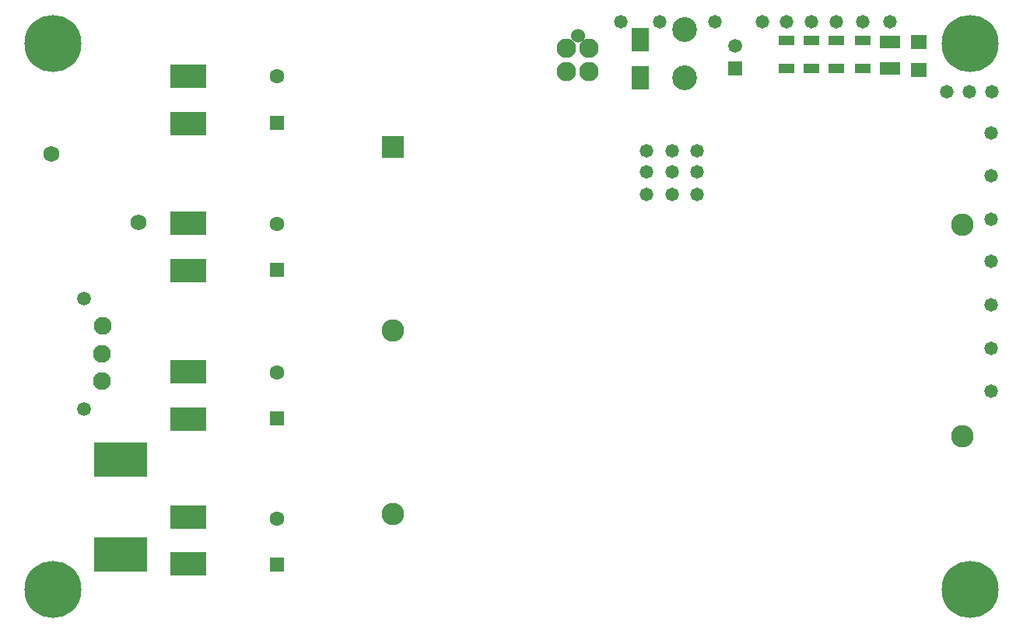
<source format=gts>
G04*
G04 #@! TF.GenerationSoftware,Altium Limited,Altium Designer,18.1.9 (240)*
G04*
G04 Layer_Color=8388736*
%FSLAX44Y44*%
%MOMM*%
G71*
G01*
G75*
%ADD20R,1.9032X2.5032*%
%ADD21R,1.7032X1.6032*%
%ADD22R,2.2032X1.4032*%
%ADD23R,3.9032X2.6532*%
%ADD24R,1.8032X1.1032*%
%ADD25R,5.8032X3.7032*%
%ADD26C,2.1032*%
%ADD27C,2.7032*%
%ADD28R,1.5032X1.5032*%
%ADD29C,1.5032*%
%ADD30C,6.2032*%
%ADD31C,1.9532*%
%ADD32R,1.6032X1.6032*%
%ADD33C,1.6032*%
%ADD34C,1.7272*%
%ADD35R,2.4532X2.4532*%
%ADD36C,2.4532*%
%ADD37C,1.5232*%
%ADD38C,1.4732*%
D20*
X1195750Y993750D02*
D03*
Y1035750D02*
D03*
D21*
X1499000Y1032750D02*
D03*
Y1002750D02*
D03*
D22*
X1467500Y1003750D02*
D03*
Y1032750D02*
D03*
D23*
X703580Y515970D02*
D03*
Y464470D02*
D03*
Y673710D02*
D03*
Y622210D02*
D03*
Y835610D02*
D03*
Y784110D02*
D03*
Y995250D02*
D03*
Y943750D02*
D03*
D24*
X1437500Y1003750D02*
D03*
Y1034750D02*
D03*
X1409250D02*
D03*
Y1003750D02*
D03*
X1381750Y1034750D02*
D03*
Y1003750D02*
D03*
X1354750Y1034750D02*
D03*
Y1003750D02*
D03*
D25*
X629920Y474940D02*
D03*
Y577940D02*
D03*
D26*
X1115000Y1001000D02*
D03*
X1140000D02*
D03*
X1115000Y1026000D02*
D03*
X1140000D02*
D03*
D27*
X1244000Y1046750D02*
D03*
Y993750D02*
D03*
D28*
X1299000Y1004000D02*
D03*
D29*
Y1029000D02*
D03*
X590000Y633600D02*
D03*
Y753600D02*
D03*
D30*
X1554480Y436880D02*
D03*
Y1031240D02*
D03*
X556260D02*
D03*
Y436880D02*
D03*
D31*
X609600Y693600D02*
D03*
Y663600D02*
D03*
X610350Y723600D02*
D03*
D32*
X800100Y463740D02*
D03*
Y622960D02*
D03*
Y945280D02*
D03*
Y784860D02*
D03*
D33*
Y513740D02*
D03*
Y672960D02*
D03*
Y995280D02*
D03*
Y834860D02*
D03*
D34*
X554478Y911278D02*
D03*
X649478Y836279D02*
D03*
D35*
X926430Y918820D02*
D03*
D36*
Y718820D02*
D03*
Y518820D02*
D03*
X1546430Y603820D02*
D03*
Y833820D02*
D03*
D37*
X1127500Y1039400D02*
D03*
D38*
X1216750Y1054750D02*
D03*
X1174750D02*
D03*
X1577250Y652750D02*
D03*
Y699250D02*
D03*
Y746500D02*
D03*
Y794250D02*
D03*
Y840250D02*
D03*
Y887250D02*
D03*
Y934000D02*
D03*
X1257500Y867250D02*
D03*
X1230250D02*
D03*
X1202500D02*
D03*
X1257500Y891500D02*
D03*
X1230000D02*
D03*
X1202500D02*
D03*
X1257500Y914278D02*
D03*
X1230000D02*
D03*
X1202500D02*
D03*
X1578000Y978500D02*
D03*
X1553500D02*
D03*
X1529250D02*
D03*
X1277000Y1054750D02*
D03*
X1467000D02*
D03*
X1437750D02*
D03*
X1328500D02*
D03*
X1409250D02*
D03*
X1381750D02*
D03*
X1354500D02*
D03*
M02*

</source>
